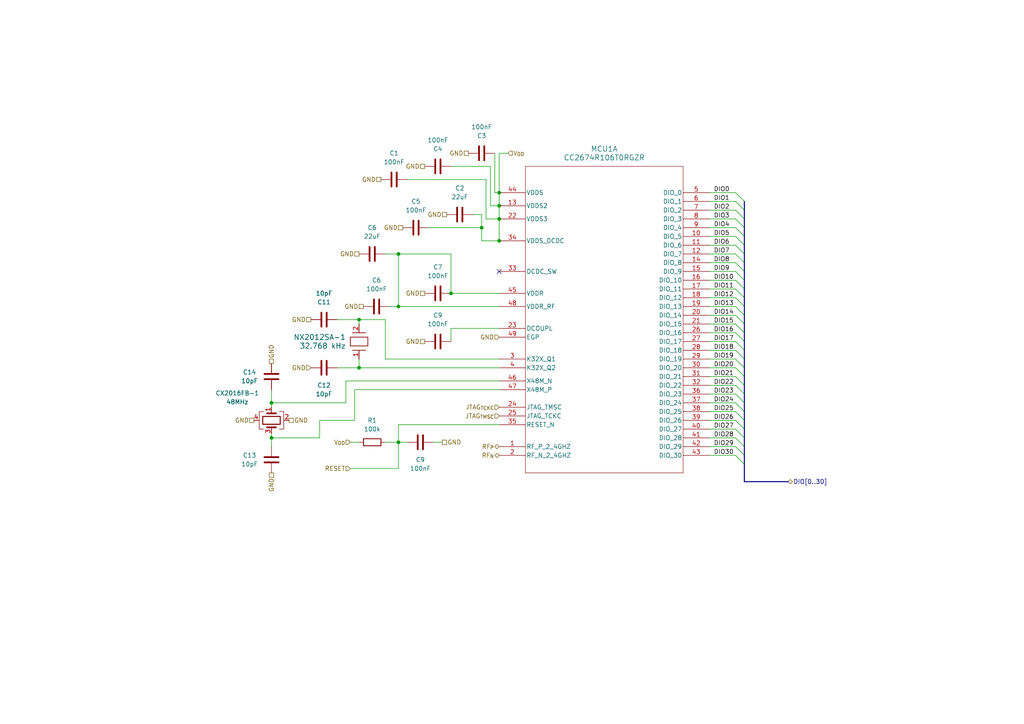
<source format=kicad_sch>
(kicad_sch (version 20250114) (generator "eeschema") (generator_version "9.0")
  (paper "A4")
  (title_block (title "CC2674R10 Microcontroller") (company "Guardian Health Inc."))
  (lib_symbols
    (symbol "Device:C" (pin_numbers (hide yes)) (pin_names (offset 0.254))
      (property "Reference" "C" (at 0.635 2.54 0))
      (property "Value" "C" (at 0.635 -2.54 0))
      (symbol "C_0_1"
        (polyline (pts (xy -2.032 0.762) (xy 2.032 0.762)) (stroke (width 0.508)))
        (polyline (pts (xy -2.032 -0.762) (xy 2.032 -0.762)) (stroke (width 0.508)))
      )
      (symbol "C_1_1"
        (pin passive line (at 0 3.81 270) (length 2.794) (name "~") (number "1"))
        (pin passive line (at 0 -3.81 90) (length 2.794) (name "~") (number "2"))
      )
    )
    (symbol "Device:Crystal_GND24" (pin_names (offset 1.016) (hide yes))
      (property "Reference" "Y" (at 3.175 5.08 0))
      (property "Value" "Crystal_GND24" (at 3.175 3.175 0))
      (symbol "Crystal_GND24_0_1"
        (polyline (pts (xy -2.54 2.286) (xy -2.54 3.556) (xy 2.54 3.556) (xy 2.54 2.286)))
        (polyline (pts (xy -2.54 0) (xy -2.032 0)))
        (polyline (pts (xy -2.54 -2.286) (xy -2.54 -3.556) (xy 2.54 -3.556) (xy 2.54 -2.286)))
        (polyline (pts (xy -2.032 -1.27) (xy -2.032 1.27)) (stroke (width 0.508)))
        (rectangle (start -1.143 2.54) (end 1.143 -2.54) (stroke (width 0.3048)))
        (polyline (pts (xy 0 3.556) (xy 0 3.81)))
        (polyline (pts (xy 0 -3.81) (xy 0 -3.556)))
        (polyline (pts (xy 2.032 0) (xy 2.54 0)))
        (polyline (pts (xy 2.032 -1.27) (xy 2.032 1.27)) (stroke (width 0.508)))
      )
      (symbol "Crystal_GND24_1_1"
        (pin passive line (at -3.81 0 0) (length 1.27) (name "1") (number "1"))
        (pin passive line (at 0 5.08 270) (length 1.27) (name "2") (number "2"))
        (pin passive line (at 0 -5.08 90) (length 1.27) (name "4") (number "4"))
        (pin passive line (at 3.81 0 180) (length 1.27) (name "3") (number "3"))
      )
    )
    (symbol "Device:R" (pin_numbers (hide yes)) (pin_names (offset 0))
      (property "Reference" "R" (at 2.032 0 90))
      (property "Value" "R" (at 0 0 90))
      (symbol "R_0_1"
        (rectangle (start -1.016 -2.54) (end 1.016 2.54) (stroke (width 0.254)))
      )
      (symbol "R_1_1"
        (pin passive line (at 0 3.81 270) (length 1.27) (name "~") (number "1"))
        (pin passive line (at 0 -3.81 90) (length 1.27) (name "~") (number "2"))
      )
    )
    (symbol "ProjectSymbols:CC2674R106T0RGZR" (pin_names (offset 0.254))
      (property "Reference" "MCU" (at 30.48 12.7 0))
      (property "Value" "CC2674R106T0RGZR" (at 30.48 10.16 0))
      (symbol "CC2674R106T0RGZR_1_1"
        (polyline (pts (xy 7.62 7.62) (xy 7.62 -81.28)) (stroke (width 0.127)))
        (polyline (pts (xy 7.62 -81.28) (xy 53.34 -81.28)) (stroke (width 0.127)))
        (polyline (pts (xy 53.34 7.62) (xy 7.62 7.62)) (stroke (width 0.127)))
        (polyline (pts (xy 53.34 -81.28) (xy 53.34 7.62)) (stroke (width 0.127)))
        (pin power_in line (at 0 0 0) (length 7.62) (name "VDDS") (number "44"))
        (pin power_in line (at 0 -3.81 0) (length 7.62) (name "VDDS2") (number "13"))
        (pin power_in line (at 0 -7.62 0) (length 7.62) (name "VDDS3") (number "22"))
        (pin power_in line (at 0 -13.97 0) (length 7.62) (name "VDDS_DCDC") (number "34"))
        (pin power_in line (at 0 -22.86 0) (length 7.62) (name "DCDC_SW") (number "33"))
        (pin power_in line (at 0 -29.21 0) (length 7.62) (name "VDDR") (number "45"))
        (pin power_in line (at 0 -33.02 0) (length 7.62) (name "VDDR_RF") (number "48"))
        (pin power_in line (at 0 -39.37 0) (length 7.62) (name "DCOUPL") (number "23"))
        (pin power_out line (at 0 -41.91 0) (length 7.62) (name "EGP") (number "49"))
        (pin unspecified line (at 0 -48.26 0) (length 7.62) (name "K32X_Q1") (number "3"))
        (pin unspecified line (at 0 -50.8 0) (length 7.62) (name "K32X_Q2") (number "4"))
        (pin unspecified line (at 0 -54.61 0) (length 7.62) (name "X48M_N") (number "46"))
        (pin unspecified line (at 0 -57.15 0) (length 7.62) (name "X48M_P") (number "47"))
        (pin bidirectional line (at 0 -62.23 0) (length 7.62) (name "JTAG_TMSC") (number "24"))
        (pin input line (at 0 -64.77 0) (length 7.62) (name "JTAG_TCKC") (number "25"))
        (pin input line (at 0 -67.31 0) (length 7.62) (name "RESET_N") (number "35"))
        (pin unspecified line (at 0 -73.66 0) (length 7.62) (name "RF_P_2_4GHZ") (number "1"))
        (pin unspecified line (at 0 -76.2 0) (length 7.62) (name "RF_N_2_4GHZ") (number "2"))
        (pin bidirectional line (at 60.96 0 180) (length 7.62) (name "DIO_0") (number "5"))
        (pin bidirectional line (at 60.96 -2.54 180) (length 7.62) (name "DIO_1") (number "6"))
        (pin bidirectional line (at 60.96 -5.08 180) (length 7.62) (name "DIO_2") (number "7"))
        (pin bidirectional line (at 60.96 -7.62 180) (length 7.62) (name "DIO_3") (number "8"))
        (pin bidirectional line (at 60.96 -10.16 180) (length 7.62) (name "DIO_4") (number "9"))
        (pin bidirectional line (at 60.96 -12.7 180) (length 7.62) (name "DIO_5") (number "10"))
        (pin bidirectional line (at 60.96 -15.24 180) (length 7.62) (name "DIO_6") (number "11"))
        (pin bidirectional line (at 60.96 -17.78 180) (length 7.62) (name "DIO_7") (number "12"))
        (pin bidirectional line (at 60.96 -20.32 180) (length 7.62) (name "DIO_8") (number "14"))
        (pin bidirectional line (at 60.96 -22.86 180) (length 7.62) (name "DIO_9") (number "15"))
        (pin bidirectional line (at 60.96 -25.4 180) (length 7.62) (name "DIO_10") (number "16"))
        (pin bidirectional line (at 60.96 -27.94 180) (length 7.62) (name "DIO_11") (number "17"))
        (pin bidirectional line (at 60.96 -30.48 180) (length 7.62) (name "DIO_12") (number "18"))
        (pin bidirectional line (at 60.96 -33.02 180) (length 7.62) (name "DIO_13") (number "19"))
        (pin bidirectional line (at 60.96 -35.56 180) (length 7.62) (name "DIO_14") (number "20"))
        (pin bidirectional line (at 60.96 -38.1 180) (length 7.62) (name "DIO_15") (number "21"))
        (pin bidirectional line (at 60.96 -40.64 180) (length 7.62) (name "DIO_16") (number "26"))
        (pin bidirectional line (at 60.96 -43.18 180) (length 7.62) (name "DIO_17") (number "27"))
        (pin bidirectional line (at 60.96 -45.72 180) (length 7.62) (name "DIO_18") (number "28"))
        (pin bidirectional line (at 60.96 -48.26 180) (length 7.62) (name "DIO_19") (number "29"))
        (pin bidirectional line (at 60.96 -50.8 180) (length 7.62) (name "DIO_20") (number "30"))
        (pin bidirectional line (at 60.96 -53.34 180) (length 7.62) (name "DIO_21") (number "31"))
        (pin bidirectional line (at 60.96 -55.88 180) (length 7.62) (name "DIO_22") (number "32"))
        (pin bidirectional line (at 60.96 -58.42 180) (length 7.62) (name "DIO_23") (number "36"))
        (pin bidirectional line (at 60.96 -60.96 180) (length 7.62) (name "DIO_24") (number "37"))
        (pin bidirectional line (at 60.96 -63.5 180) (length 7.62) (name "DIO_25") (number "38"))
        (pin bidirectional line (at 60.96 -66.04 180) (length 7.62) (name "DIO_26") (number "39"))
        (pin bidirectional line (at 60.96 -68.58 180) (length 7.62) (name "DIO_27") (number "40"))
        (pin bidirectional line (at 60.96 -71.12 180) (length 7.62) (name "DIO_28") (number "41"))
        (pin bidirectional line (at 60.96 -73.66 180) (length 7.62) (name "DIO_29") (number "42"))
        (pin bidirectional line (at 60.96 -76.2 180) (length 7.62) (name "DIO_30") (number "43"))
      )
      (symbol "CC2674R106T0RGZR_2_1"
        (polyline (pts (xy 7.62 5.08) (xy 7.62 -30.48)) (stroke (width 0.127)))
        (polyline (pts (xy 7.62 -30.48) (xy 33.02 -30.48)) (stroke (width 0.127)))
        (polyline (pts (xy 33.02 5.08) (xy 7.62 5.08)) (stroke (width 0.127)))
        (polyline (pts (xy 33.02 -30.48) (xy 33.02 5.08)) (stroke (width 0.127)))
      )
    )
    (symbol "ProjectSymbols:FC-135_32.7680KA-A5" (pin_names (offset 0.254) (hide yes))
      (property "Reference" "X" (at 5.08 4.445 0))
      (property "Value" "FC-135 32.7680KA-A5" (at 5.08 -4.445 0))
      (symbol "FC-135_32.7680KA-A5_1_1"
        (polyline (pts (xy 2.54 -1.905) (xy 2.54 1.905)) (stroke (width 0.2032)))
        (polyline (pts (xy 3.81 2.54) (xy 6.35 2.54)) (stroke (width 0.2032)))
        (polyline (pts (xy 3.81 -2.54) (xy 3.81 2.54)) (stroke (width 0.2032)))
        (polyline (pts (xy 6.35 2.54) (xy 6.35 -2.54)) (stroke (width 0.2032)))
        (polyline (pts (xy 6.35 -2.54) (xy 3.81 -2.54)) (stroke (width 0.2032)))
        (polyline (pts (xy 7.62 -1.905) (xy 7.62 1.905)) (stroke (width 0.2032)))
        (pin unspecified line (at 0 0 0) (length 2.54) (name "1") (number "1"))
        (pin unspecified line (at 10.16 0 180) (length 2.54) (name "2") (number "2"))
      )
      (symbol "FC-135_32.7680KA-A5_1_2"
        (polyline (pts (xy -2.54 6.35) (xy 2.54 6.35)) (stroke (width 0.2032)))
        (polyline (pts (xy -2.54 3.81) (xy -2.54 6.35)) (stroke (width 0.2032)))
        (polyline (pts (xy 1.905 7.62) (xy -1.905 7.62)) (stroke (width 0.2032)))
        (polyline (pts (xy 1.905 2.54) (xy -1.905 2.54)) (stroke (width 0.2032)))
        (polyline (pts (xy 2.54 6.35) (xy 2.54 3.81)) (stroke (width 0.2032)))
        (polyline (pts (xy 2.54 3.81) (xy -2.54 3.81)) (stroke (width 0.2032)))
        (pin unspecified line (at 0 10.16 270) (length 2.54) (name "2") (number "2"))
        (pin unspecified line (at 0 0 90) (length 2.54) (name "1") (number "1"))
      )
    )
  )
  (junction (at 78.74 127))
  (junction (at 78.74 116.84))
  (junction (at 144.78 59.69))
  (junction (at 115.57 88.9))
  (junction (at 104.14 106.68))
  (junction (at 144.78 55.88))
  (junction (at 104.14 92.71))
  (junction (at 115.57 128.27))
  (junction (at 115.57 73.66))
  (junction (at 130.81 85.09))
  (junction (at 144.78 63.5))
  (junction (at 139.7 66.04))
  (junction (at 144.78 69.85))
  (no_connect (at 144.78 78.74))
  (bus_entry (at 213.36 86.36) (size 2.54 2.54))
  (bus_entry (at 213.36 96.52) (size 2.54 2.54))
  (bus_entry (at 213.36 127) (size 2.54 2.54))
  (bus_entry (at 213.36 104.14) (size 2.54 2.54))
  (bus_entry (at 213.36 109.22) (size 2.54 2.54))
  (bus_entry (at 213.36 55.88) (size 2.54 2.54))
  (bus_entry (at 213.36 121.92) (size 2.54 2.54))
  (bus_entry (at 213.36 63.5) (size 2.54 2.54))
  (bus_entry (at 213.36 81.28) (size 2.54 2.54))
  (bus_entry (at 213.36 71.12) (size 2.54 2.54))
  (bus_entry (at 213.36 106.68) (size 2.54 2.54))
  (bus_entry (at 213.36 132.08) (size 2.54 2.54))
  (bus_entry (at 213.36 91.44) (size 2.54 2.54))
  (bus_entry (at 213.36 129.54) (size 2.54 2.54))
  (bus_entry (at 213.36 119.38) (size 2.54 2.54))
  (bus_entry (at 213.36 99.06) (size 2.54 2.54))
  (bus_entry (at 213.36 83.82) (size 2.54 2.54))
  (bus_entry (at 213.36 111.76) (size 2.54 2.54))
  (bus_entry (at 213.36 76.2) (size 2.54 2.54))
  (bus_entry (at 213.36 73.66) (size 2.54 2.54))
  (bus_entry (at 213.36 93.98) (size 2.54 2.54))
  (bus_entry (at 213.36 114.3) (size 2.54 2.54))
  (bus_entry (at 213.36 66.04) (size 2.54 2.54))
  (bus_entry (at 213.36 101.6) (size 2.54 2.54))
  (bus_entry (at 213.36 60.96) (size 2.54 2.54))
  (bus_entry (at 213.36 88.9) (size 2.54 2.54))
  (bus_entry (at 213.36 124.46) (size 2.54 2.54))
  (bus_entry (at 213.36 58.42) (size 2.54 2.54))
  (bus_entry (at 213.36 116.84) (size 2.54 2.54))
  (bus_entry (at 213.36 78.74) (size 2.54 2.54))
  (bus_entry (at 213.36 68.58) (size 2.54 2.54))
  (wire (pts (xy 140.97 63.5) (xy 144.78 63.5)))
  (wire (pts (xy 205.74 93.98) (xy 213.36 93.98)))
  (wire (pts (xy 104.14 106.68) (xy 104.14 104.14)))
  (wire (pts (xy 92.71 121.92) (xy 92.71 127)))
  (wire (pts (xy 205.74 111.76) (xy 213.36 111.76)))
  (wire (pts (xy 144.78 59.69) (xy 144.78 63.5)))
  (wire (pts (xy 139.7 69.85) (xy 144.78 69.85)))
  (wire (pts (xy 205.74 71.12) (xy 213.36 71.12)))
  (wire (pts (xy 111.76 104.14) (xy 144.78 104.14)))
  (wire (pts (xy 205.74 55.88) (xy 213.36 55.88)))
  (wire (pts (xy 205.74 76.2) (xy 213.36 76.2)))
  (wire (pts (xy 100.33 110.49) (xy 100.33 116.84)))
  (wire (pts (xy 144.78 55.88) (xy 144.78 59.69)))
  (wire (pts (xy 101.6 128.27) (xy 104.14 128.27)))
  (wire (pts (xy 115.57 135.89) (xy 115.57 128.27)))
  (wire (pts (xy 205.74 68.58) (xy 213.36 68.58)))
  (wire (pts (xy 205.74 96.52) (xy 213.36 96.52)))
  (wire (pts (xy 205.74 63.5) (xy 213.36 63.5)))
  (bus (pts (xy 215.9 66.04) (xy 215.9 68.58)))
  (bus (pts (xy 215.9 109.22) (xy 215.9 111.76)))
  (wire (pts (xy 205.74 106.68) (xy 213.36 106.68)))
  (wire (pts (xy 115.57 73.66) (xy 115.57 88.9)))
  (bus (pts (xy 215.9 129.54) (xy 215.9 132.08)))
  (wire (pts (xy 101.6 135.89) (xy 115.57 135.89)))
  (bus (pts (xy 215.9 86.36) (xy 215.9 88.9)))
  (bus (pts (xy 215.9 104.14) (xy 215.9 106.68)))
  (wire (pts (xy 115.57 88.9) (xy 144.78 88.9)))
  (wire (pts (xy 205.74 66.04) (xy 213.36 66.04)))
  (bus (pts (xy 215.9 127) (xy 215.9 129.54)))
  (wire (pts (xy 130.81 85.09) (xy 144.78 85.09)))
  (wire (pts (xy 139.7 69.85) (xy 139.7 66.04)))
  (bus (pts (xy 215.9 73.66) (xy 215.9 76.2)))
  (bus (pts (xy 215.9 88.9) (xy 215.9 91.44)))
  (bus (pts (xy 215.9 121.92) (xy 215.9 124.46)))
  (wire (pts (xy 205.74 60.96) (xy 213.36 60.96)))
  (bus (pts (xy 215.9 114.3) (xy 215.9 116.84)))
  (wire (pts (xy 205.74 114.3) (xy 213.36 114.3)))
  (bus (pts (xy 215.9 93.98) (xy 215.9 96.52)))
  (wire (pts (xy 205.74 58.42) (xy 213.36 58.42)))
  (wire (pts (xy 130.81 48.26) (xy 142.24 48.26)))
  (wire (pts (xy 144.78 123.19) (xy 115.57 123.19)))
  (wire (pts (xy 102.87 113.03) (xy 102.87 121.92)))
  (bus (pts (xy 215.9 81.28) (xy 215.9 83.82)))
  (wire (pts (xy 144.78 95.25) (xy 130.81 95.25)))
  (wire (pts (xy 205.74 104.14) (xy 213.36 104.14)))
  (wire (pts (xy 144.78 113.03) (xy 102.87 113.03)))
  (wire (pts (xy 78.74 129.54) (xy 78.74 127)))
  (wire (pts (xy 130.81 73.66) (xy 130.81 85.09)))
  (wire (pts (xy 78.74 113.03) (xy 78.74 116.84)))
  (wire (pts (xy 139.7 62.23) (xy 137.16 62.23)))
  (wire (pts (xy 118.11 52.07) (xy 140.97 52.07)))
  (wire (pts (xy 143.51 44.45) (xy 143.51 55.88)))
  (bus (pts (xy 215.9 139.7) (xy 228.6 139.7)))
  (wire (pts (xy 142.24 48.26) (xy 142.24 59.69)))
  (bus (pts (xy 215.9 111.76) (xy 215.9 114.3)))
  (wire (pts (xy 115.57 73.66) (xy 130.81 73.66)))
  (bus (pts (xy 215.9 83.82) (xy 215.9 86.36)))
  (wire (pts (xy 205.74 91.44) (xy 213.36 91.44)))
  (wire (pts (xy 205.74 129.54) (xy 213.36 129.54)))
  (wire (pts (xy 115.57 123.19) (xy 115.57 128.27)))
  (wire (pts (xy 144.78 44.45) (xy 144.78 55.88)))
  (wire (pts (xy 143.51 55.88) (xy 144.78 55.88)))
  (bus (pts (xy 215.9 96.52) (xy 215.9 99.06)))
  (bus (pts (xy 215.9 99.06) (xy 215.9 101.6)))
  (bus (pts (xy 215.9 91.44) (xy 215.9 93.98)))
  (wire (pts (xy 139.7 62.23) (xy 139.7 66.04)))
  (bus (pts (xy 215.9 132.08) (xy 215.9 134.62)))
  (wire (pts (xy 147.32 44.45) (xy 144.78 44.45)))
  (bus (pts (xy 215.9 58.42) (xy 215.9 60.96)))
  (bus (pts (xy 215.9 134.62) (xy 215.9 139.7)))
  (wire (pts (xy 111.76 92.71) (xy 104.14 92.71)))
  (wire (pts (xy 205.74 99.06) (xy 213.36 99.06)))
  (wire (pts (xy 124.46 66.04) (xy 139.7 66.04)))
  (wire (pts (xy 115.57 128.27) (xy 111.76 128.27)))
  (bus (pts (xy 215.9 68.58) (xy 215.9 71.12)))
  (wire (pts (xy 130.81 95.25) (xy 130.81 99.06)))
  (wire (pts (xy 205.74 83.82) (xy 213.36 83.82)))
  (bus (pts (xy 215.9 106.68) (xy 215.9 109.22)))
  (wire (pts (xy 100.33 116.84) (xy 78.74 116.84)))
  (bus (pts (xy 215.9 63.5) (xy 215.9 66.04)))
  (wire (pts (xy 142.24 59.69) (xy 144.78 59.69)))
  (wire (pts (xy 128.27 128.27) (xy 125.73 128.27)))
  (bus (pts (xy 215.9 116.84) (xy 215.9 119.38)))
  (wire (pts (xy 205.74 101.6) (xy 213.36 101.6)))
  (wire (pts (xy 144.78 63.5) (xy 144.78 69.85)))
  (wire (pts (xy 97.79 106.68) (xy 104.14 106.68)))
  (wire (pts (xy 205.74 86.36) (xy 213.36 86.36)))
  (wire (pts (xy 102.87 121.92) (xy 92.71 121.92)))
  (wire (pts (xy 205.74 109.22) (xy 213.36 109.22)))
  (wire (pts (xy 144.78 110.49) (xy 100.33 110.49)))
  (wire (pts (xy 205.74 121.92) (xy 213.36 121.92)))
  (wire (pts (xy 78.74 116.84) (xy 78.74 118.11)))
  (wire (pts (xy 92.71 127) (xy 78.74 127)))
  (bus (pts (xy 215.9 119.38) (xy 215.9 121.92)))
  (wire (pts (xy 205.74 127) (xy 213.36 127)))
  (bus (pts (xy 215.9 76.2) (xy 215.9 78.74)))
  (wire (pts (xy 111.76 104.14) (xy 111.76 92.71)))
  (wire (pts (xy 104.14 92.71) (xy 104.14 93.98)))
  (wire (pts (xy 113.03 88.9) (xy 115.57 88.9)))
  (bus (pts (xy 215.9 71.12) (xy 215.9 73.66)))
  (wire (pts (xy 205.74 119.38) (xy 213.36 119.38)))
  (wire (pts (xy 97.79 92.71) (xy 104.14 92.71)))
  (bus (pts (xy 215.9 78.74) (xy 215.9 81.28)))
  (wire (pts (xy 118.11 128.27) (xy 115.57 128.27)))
  (wire (pts (xy 205.74 116.84) (xy 213.36 116.84)))
  (wire (pts (xy 111.76 73.66) (xy 115.57 73.66)))
  (bus (pts (xy 215.9 124.46) (xy 215.9 127)))
  (wire (pts (xy 205.74 73.66) (xy 213.36 73.66)))
  (wire (pts (xy 140.97 52.07) (xy 140.97 63.5)))
  (wire (pts (xy 205.74 88.9) (xy 213.36 88.9)))
  (wire (pts (xy 205.74 124.46) (xy 213.36 124.46)))
  (wire (pts (xy 205.74 78.74) (xy 213.36 78.74)))
  (wire (pts (xy 205.74 81.28) (xy 213.36 81.28)))
  (bus (pts (xy 215.9 60.96) (xy 215.9 63.5)))
  (wire (pts (xy 205.74 132.08) (xy 213.36 132.08)))
  (bus (pts (xy 215.9 101.6) (xy 215.9 104.14)))
  (wire (pts (xy 104.14 106.68) (xy 144.78 106.68)))
  (wire (pts (xy 78.74 127) (xy 78.74 125.73)))
  (label "DIO5" (at 207.01 68.58 0))
  (label "DIO19" (at 207.01 104.14 0))
  (label "DIO4" (at 207.01 66.04 0))
  (label "DIO0" (at 207.01 55.88 0))
  (label "DIO8" (at 207.01 76.2 0))
  (label "DIO12" (at 207.01 86.36 0))
  (label "DIO30" (at 207.01 132.08 0))
  (label "DIO29" (at 207.01 129.54 0))
  (label "DIO7" (at 207.01 73.66 0))
  (label "DIO17" (at 207.01 99.06 0))
  (label "DIO10" (at 207.01 81.28 0))
  (label "DIO16" (at 207.01 96.52 0))
  (label "DIO9" (at 207.01 78.74 0))
  (label "DIO2" (at 207.01 60.96 0))
  (label "DIO6" (at 207.01 71.12 0))
  (label "DIO20" (at 207.01 106.68 0))
  (label "DIO14" (at 207.01 91.44 0))
  (label "DIO11" (at 207.01 83.82 0))
  (label "DIO1" (at 207.01 58.42 0))
  (label "DIO15" (at 207.01 93.98 0))
  (label "DIO18" (at 207.01 101.6 0))
  (label "DIO26" (at 207.01 121.92 0))
  (label "DIO22" (at 207.01 111.76 0))
  (label "DIO21" (at 207.01 109.22 0))
  (label "DIO28" (at 207.01 127 0))
  (label "DIO13" (at 207.01 88.9 0))
  (label "DIO24" (at 207.01 116.84 0))
  (label "DIO27" (at 207.01 124.46 0))
  (label "DIO23" (at 207.01 114.3 0))
  (label "DIO3" (at 207.01 63.5 0))
  (label "DIO25" (at 207.01 119.38 0))
  (hierarchical_label "GND" (shape passive) (at 104.14 73.66 180))
  (hierarchical_label "GND" (shape passive) (at 123.19 48.26 180))
  (hierarchical_label "GND" (shape passive) (at 116.84 66.04 180))
  (hierarchical_label "GND" (shape passive) (at 78.74 137.16 270))
  (hierarchical_label "RF_{P}" (shape bidirectional) (at 144.78 129.54 180))
  (hierarchical_label "GND" (shape passive) (at 123.19 85.09 180))
  (hierarchical_label "JTAG_{TCKC}" (shape input) (at 144.78 118.11 180))
  (hierarchical_label "GND" (shape passive) (at 90.17 92.71 180))
  (hierarchical_label "GND" (shape passive) (at 128.27 128.27 0))
  (hierarchical_label "RESET" (shape input) (at 101.6 135.89 180))
  (hierarchical_label "GND" (shape passive) (at 73.66 121.92 180))
  (hierarchical_label "GND" (shape passive) (at 105.41 88.9 180))
  (hierarchical_label "GND" (shape passive) (at 123.19 99.06 180))
  (hierarchical_label "V_{DD}" (shape input) (at 101.6 128.27 180))
  (hierarchical_label "GND" (shape input) (at 144.78 97.79 180))
  (hierarchical_label "GND" (shape passive) (at 78.74 105.41 90))
  (hierarchical_label "GND" (shape passive) (at 83.82 121.92 0))
  (hierarchical_label "GND" (shape passive) (at 110.49 52.07 180))
  (hierarchical_label "RF_{N}" (shape bidirectional) (at 144.78 132.08 180))
  (hierarchical_label "GND" (shape passive) (at 135.89 44.45 180))
  (hierarchical_label "GND" (shape passive) (at 129.54 62.23 180))
  (hierarchical_label "GND" (shape input) (at 90.17 106.68 180))
  (hierarchical_label "V_{DD}" (shape input) (at 147.32 44.45 0))
  (hierarchical_label "JTAG_{TMSC}" (shape input) (at 144.78 120.65 180))
  (hierarchical_label "DIO[0..30]" (shape bidirectional) (at 228.6 139.7 0))
  (symbol (lib_id "Device:C") (at 109.22 88.9 270) (unit 1)
    (property "Reference" "C6" (at 109.22 81.28 90))
    (property "Value" "100nF" (at 109.22 83.82 90))
    (property "Footprint" "Capacitor_SMD:C_01005_0402Metric" (effects (hide yes)))
    (property "Description" "Unpolarized capacitor" (effects (hide yes)))
  )
  (symbol (lib_id "Device:C") (at 107.95 73.66 90) (unit 1)
    (property "Reference" "C6" (at 107.95 66.04 90))
    (property "Value" "22uF" (at 107.95 68.58 90))
    (property "Footprint" "Capacitor_SMD:C_0402_1005Metric" (effects (hide yes)))
    (property "Description" "Unpolarized capacitor" (effects (hide yes)))
  )
  (symbol (lib_id "Device:Crystal_GND24") (at 78.74 121.92 270) (unit 1)
    (property "Reference" "CX2016FB-1" (at 68.834 114.046 90))
    (property "Value" "48MHz" (at 68.834 116.586 90))
    (property "Footprint" "Crystal:Crystal_SMD_2016-4Pin_2.0x1.6mm" (effects (hide yes)))
    (property "Datasheet" "https://ele.kyocera.com/assets/products/crystal-device/specification/CX2016FB_8pF.pdf" (effects (hide yes)))
    (property "Description" "Four pin crystal, GND on pins 2 and 4; NX2016SA-48MHZ-EXS00A-CS05517" (effects (hide yes)))
  )
  (symbol (lib_id "Device:C") (at 78.74 109.22 0) (unit 1)
    (property "Reference" "C14" (at 72.39 107.95 0))
    (property "Value" "10pF" (at 72.39 110.49 0))
    (property "Footprint" "Capacitor_SMD:C_01005_0402Metric" (effects (hide yes)))
    (property "Description" "Unpolarized capacitor" (effects (hide yes)))
  )
  (symbol (lib_id "Device:C") (at 127 85.09 270) (unit 1)
    (property "Reference" "C7" (at 127 77.47 90))
    (property "Value" "100nF" (at 127 80.01 90))
    (property "Footprint" "Capacitor_SMD:C_01005_0402Metric" (effects (hide yes)))
    (property "Description" "Unpolarized capacitor" (effects (hide yes)))
  )
  (symbol (lib_id "Device:C") (at 139.7 44.45 270) (unit 1)
    (property "Reference" "C3" (at 139.7 39.37 90))
    (property "Value" "100nF" (at 139.7 36.83 90))
    (property "Footprint" "Capacitor_SMD:C_01005_0402Metric" (effects (hide yes)))
    (property "Description" "Unpolarized capacitor" (effects (hide yes)))
  )
  (symbol (lib_id "Device:C") (at 127 48.26 270) (unit 1)
    (property "Reference" "C4" (at 127 43.18 90))
    (property "Value" "100nF" (at 127 40.64 90))
    (property "Footprint" "Capacitor_SMD:C_01005_0402Metric" (effects (hide yes)))
    (property "Description" "Unpolarized capacitor" (effects (hide yes)))
  )
  (symbol (lib_id "Device:C") (at 121.92 128.27 90) (unit 1)
    (property "Reference" "C9" (at 121.92 133.35 90))
    (property "Value" "100nF" (at 121.92 135.89 90))
    (property "Footprint" "Capacitor_SMD:C_01005_0402Metric" (effects (hide yes)))
    (property "Description" "Unpolarized capacitor" (effects (hide yes)))
  )
  (symbol (lib_id "Device:C") (at 93.98 106.68 90) (unit 1)
    (property "Reference" "C12" (at 93.98 111.76 90))
    (property "Value" "10pF" (at 93.98 114.3 90))
    (property "Footprint" "Capacitor_SMD:C_01005_0402Metric" (effects (hide yes)))
    (property "Description" "Unpolarized capacitor" (effects (hide yes)))
  )
  (symbol (lib_id "Device:C") (at 78.74 133.35 0) (unit 1)
    (property "Reference" "C13" (at 72.39 132.08 0))
    (property "Value" "10pF" (at 72.39 134.62 0))
    (property "Footprint" "Capacitor_SMD:C_01005_0402Metric" (effects (hide yes)))
    (property "Description" "Unpolarized capacitor" (effects (hide yes)))
  )
  (symbol (lib_id "Device:R") (at 107.95 128.27 90) (unit 1)
    (property "Reference" "R1" (at 107.95 121.92 90))
    (property "Value" "100k" (at 107.95 124.46 90))
    (property "Footprint" "Resistor_SMD:R_0402_1005Metric_Pad0.72x0.64mm_HandSolder" (effects (hide yes)))
    (property "Description" "Resistor" (effects (hide yes)))
  )
  (symbol (lib_id "Device:C") (at 114.3 52.07 270) (unit 1)
    (property "Reference" "C1" (at 114.3 44.45 90))
    (property "Value" "100nF" (at 114.3 46.99 90))
    (property "Footprint" "Capacitor_SMD:C_01005_0402Metric" (effects (hide yes)))
    (property "Description" "Unpolarized capacitor" (effects (hide yes)))
  )
  (symbol (lib_id "ProjectSymbols:CC2674R106T0RGZR") (at 144.78 55.88 0) (unit 1)
    (property "Reference" "MCU1" (at 175.26 43.18 0) (effects (font (size 1.524 1.524))))
    (property "Value" "CC2674R106T0RGZR" (at 175.26 45.72 0) (effects (font (size 1.524 1.524))))
    (property "Footprint" "Project-Symbols:CC2647R106T0RGZR" (effects (hide yes)))
    (property "Datasheet" "https://www.ti.com/lit/gpn/cc2674r10" (effects (hide yes)))
  )
  (symbol (lib_id "ProjectSymbols:FC-135_32.7680KA-A5") (at 104.14 104.14 270) (mirror x) (unit 1)
    (property "Reference" "NX2012SA-1" (at 100.33 97.7899 90) (effects (font (size 1.524 1.524)) (justify right)))
    (property "Value" "32.768 kHz" (at 100.33 100.3299 90) (effects (font (size 1.524 1.524)) (justify right)))
    (property "Footprint" "Crystal:Crystal_SMD_2012-2Pin_2.0x1.2mm" (effects (hide yes)))
    (property "Datasheet" "https://www.mouser.com/datasheet/3/1591/1/c_NX1612SA_e.pdf" (effects (hide yes)))
    (property "Description" "NX2012SA-32.768KHZ-STD-MUB-2" (effects (hide yes)))
  )
  (symbol (lib_id "Device:C") (at 93.98 92.71 270) (unit 1)
    (property "Reference" "C11" (at 93.98 87.63 90))
    (property "Value" "10pF" (at 93.98 85.09 90))
    (property "Footprint" "Capacitor_SMD:C_01005_0402Metric" (effects (hide yes)))
    (property "Description" "Unpolarized capacitor" (effects (hide yes)))
  )
  (symbol (lib_id "Device:C") (at 127 99.06 270) (unit 1)
    (property "Reference" "C9" (at 127 91.44 90))
    (property "Value" "100nF" (at 127 93.98 90))
    (property "Footprint" "Capacitor_SMD:C_01005_0402Metric" (effects (hide yes)))
    (property "Description" "Unpolarized capacitor" (effects (hide yes)))
  )
  (symbol (lib_id "Device:C") (at 133.35 62.23 90) (unit 1)
    (property "Reference" "C2" (at 133.35 54.61 90))
    (property "Value" "22uF" (at 133.35 57.15 90))
    (property "Footprint" "Capacitor_SMD:C_0402_1005Metric" (effects (hide yes)))
    (property "Description" "Unpolarized capacitor" (effects (hide yes)))
  )
  (symbol (lib_id "Device:C") (at 120.65 66.04 270) (unit 1)
    (property "Reference" "C5" (at 120.65 58.42 90))
    (property "Value" "100nF" (at 120.65 60.96 90))
    (property "Footprint" "Capacitor_SMD:C_01005_0402Metric" (effects (hide yes)))
    (property "Description" "Unpolarized capacitor" (effects (hide yes)))
  )
)
</source>
